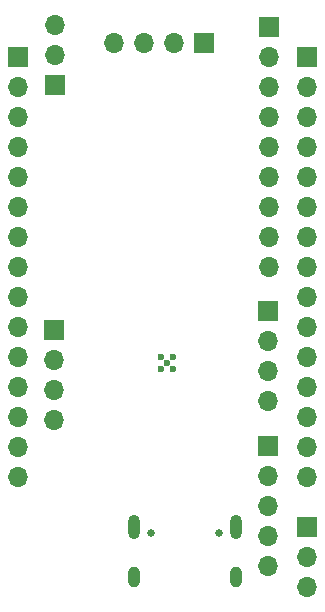
<source format=gbr>
%TF.GenerationSoftware,KiCad,Pcbnew,9.0.0*%
%TF.CreationDate,2025-04-24T12:01:06-04:00*%
%TF.ProjectId,Tiny4FSKGeneralShield,54696e79-3446-4534-9b47-656e6572616c,rev?*%
%TF.SameCoordinates,Original*%
%TF.FileFunction,Soldermask,Bot*%
%TF.FilePolarity,Negative*%
%FSLAX46Y46*%
G04 Gerber Fmt 4.6, Leading zero omitted, Abs format (unit mm)*
G04 Created by KiCad (PCBNEW 9.0.0) date 2025-04-24 12:01:06*
%MOMM*%
%LPD*%
G01*
G04 APERTURE LIST*
%ADD10R,1.700000X1.700000*%
%ADD11O,1.700000X1.700000*%
%ADD12C,0.650000*%
%ADD13O,1.000000X2.100000*%
%ADD14O,1.000000X1.800000*%
%ADD15C,0.600000*%
G04 APERTURE END LIST*
D10*
%TO.C,J17*%
X136500000Y-80260000D03*
D11*
X136500000Y-82800000D03*
X136500000Y-85340000D03*
X136500000Y-87880000D03*
X136500000Y-90420000D03*
X136500000Y-92960000D03*
X136500000Y-95500000D03*
X136500000Y-98040000D03*
X136500000Y-100580000D03*
X136500000Y-103120000D03*
X136500000Y-105660000D03*
X136500000Y-108200000D03*
X136500000Y-110740000D03*
X136500000Y-113280000D03*
X136500000Y-115820000D03*
%TD*%
D12*
%TO.C,J2*%
X147737000Y-120570772D03*
X153517000Y-120570772D03*
D13*
X146307000Y-120070772D03*
D14*
X146307000Y-124250772D03*
D13*
X154947000Y-120070772D03*
D14*
X154947000Y-124250772D03*
%TD*%
D10*
%TO.C,J16*%
X161000000Y-80260000D03*
D11*
X161000000Y-82800000D03*
X161000000Y-85340000D03*
X161000000Y-87880000D03*
X161000000Y-90420000D03*
X161000000Y-92960000D03*
X161000000Y-95500000D03*
X161000000Y-98040000D03*
X161000000Y-100580000D03*
X161000000Y-103120000D03*
X161000000Y-105660000D03*
X161000000Y-108200000D03*
X161000000Y-110740000D03*
X161000000Y-113280000D03*
X161000000Y-115820000D03*
%TD*%
D10*
%TO.C,J15*%
X161000000Y-120075000D03*
D11*
X161000000Y-122615000D03*
X161000000Y-125155000D03*
%TD*%
D15*
%TO.C,U3*%
X148602000Y-106675772D03*
X149602000Y-106675772D03*
X149102000Y-106175772D03*
X148602000Y-105675772D03*
X149602000Y-105675772D03*
%TD*%
D10*
%TO.C,J12*%
X152227000Y-79075772D03*
D11*
X149687000Y-79075772D03*
X147147000Y-79075772D03*
X144607000Y-79075772D03*
%TD*%
D10*
%TO.C,J7*%
X139641431Y-82602929D03*
D11*
X139641431Y-80062929D03*
X139641431Y-77522929D03*
%TD*%
D10*
%TO.C,J8*%
X139597000Y-103360772D03*
D11*
X139597000Y-105900772D03*
X139597000Y-108440772D03*
X139597000Y-110980772D03*
%TD*%
D10*
%TO.C,J4*%
X157747000Y-77730772D03*
D11*
X157747000Y-80270772D03*
X157747000Y-82810772D03*
X157747000Y-85350772D03*
X157747000Y-87890772D03*
X157747000Y-90430772D03*
X157747000Y-92970772D03*
X157747000Y-95510772D03*
X157747000Y-98050772D03*
%TD*%
D10*
%TO.C,J6*%
X157727000Y-113175772D03*
D11*
X157727000Y-115715772D03*
X157727000Y-118255772D03*
X157727000Y-120795772D03*
X157727000Y-123335772D03*
%TD*%
D10*
%TO.C,J3*%
X157727000Y-101740772D03*
D11*
X157727000Y-104280772D03*
X157727000Y-106820772D03*
X157727000Y-109360772D03*
%TD*%
M02*

</source>
